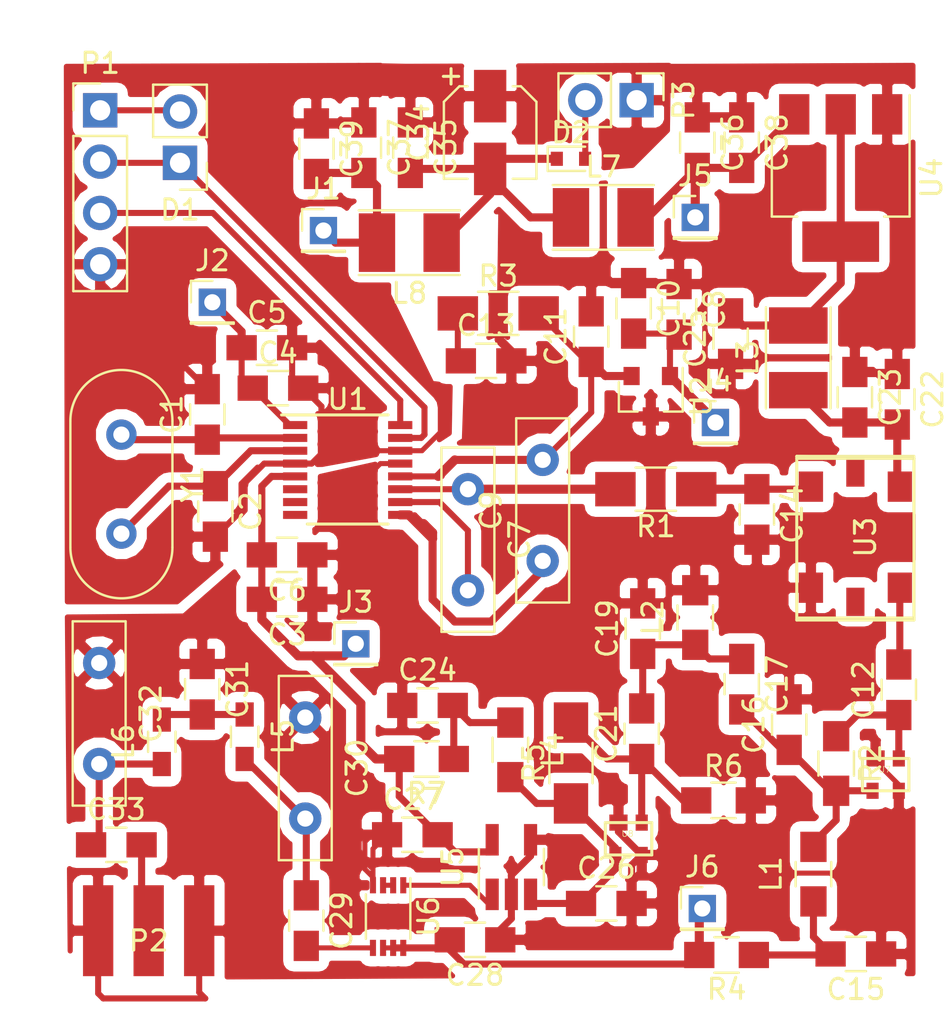
<source format=kicad_pcb>
(kicad_pcb (version 4) (host pcbnew 4.0.7-e2-6376~58~ubuntu16.04.1)
  (layers (0 F.Cu signal) (31 B.Cu signal) (34 B.Paste user) (35 F.Paste user) (36 B.SilkS user) (37 F.SilkS user) (38 B.Mask user) (39 F.Mask user) (44 Edge.Cuts user))
  (net 0 "")
  (net 1 "Net-(C1-Pad1)")
  (net 2 GND)
  (net 3 "Net-(C2-Pad1)")
  (net 4 VAA)
  (net 5 VDD)
  (net 6 "Net-(C7-Pad1)")
  (net 7 "Net-(C7-Pad2)")
  (net 8 "Net-(C9-Pad1)")
  (net 9 "Net-(C11-Pad1)")
  (net 10 "Net-(C12-Pad1)")
  (net 11 "Net-(C12-Pad2)")
  (net 12 "Net-(C13-Pad1)")
  (net 13 "Net-(C14-Pad1)")
  (net 14 "Net-(C15-Pad2)")
  (net 15 "Net-(C16-Pad1)")
  (net 16 "Net-(C17-Pad1)")
  (net 17 "Net-(C21-Pad1)")
  (net 18 "Net-(C22-Pad2)")
  (net 19 "Net-(C24-Pad2)")
  (net 20 "Net-(C25-Pad2)")
  (net 21 "Net-(C26-Pad1)")
  (net 22 "Net-(C29-Pad1)")
  (net 23 "Net-(C29-Pad2)")
  (net 24 "Net-(C31-Pad2)")
  (net 25 "Net-(C32-Pad2)")
  (net 26 "Net-(C33-Pad2)")
  (net 27 "Net-(D1-Pad1)")
  (net 28 "Net-(D1-Pad2)")
  (net 29 "Net-(P1-Pad3)")
  (net 30 "Net-(U1-Pad6)")
  (net 31 "Net-(U1-Pad7)")
  (net 32 "Net-(U1-Pad8)")
  (net 33 "Net-(U3-Pad3)")
  (net 34 "Net-(U3-Pad6)")
  (net 35 "Net-(U5-Pad1)")
  (net 36 "Net-(U6-Pad2)")
  (net 37 "Net-(C34-Pad2)")
  (net 38 "Net-(D2-Pad2)")
  (module Capacitors_SMD:C_0805_HandSoldering (layer F.Cu) (at 141.6 101.9 90)
    (fp_text reference C1 (at 0 -1.75 90) (layer F.SilkS))
    (fp_text value 15p)
    (pad 1 smd rect (at -1.25 0 90) (size 1.5 1.25) (layers F.Cu F.Paste F.Mask) (net 1 "Net-(C1-Pad1)"))
    (pad 2 smd rect (at 1.25 0 90) (size 1.5 1.25) (layers F.Cu F.Paste F.Mask) (net 2 GND))
  )
  (module Capacitors_SMD:C_0805_HandSoldering (layer F.Cu) (at 142 106.7 270)
    (fp_text reference C2 (at 0 -1.75 270) (layer F.SilkS))
    (fp_text value 15p)
    (pad 1 smd rect (at -1.25 0 270) (size 1.5 1.25) (layers F.Cu F.Paste F.Mask) (net 3 "Net-(C2-Pad1)"))
    (pad 2 smd rect (at 1.25 0 270) (size 1.5 1.25) (layers F.Cu F.Paste F.Mask) (net 2 GND))
  )
  (module Capacitors_SMD:C_0805_HandSoldering (layer F.Cu) (at 145.55 111.05 180)
    (fp_text reference C3 (at 0 -1.75 180) (layer F.SilkS))
    (fp_text value 4.7u)
    (pad 1 smd rect (at -1.25 0 180) (size 1.5 1.25) (layers F.Cu F.Paste F.Mask) (net 2 GND))
    (pad 2 smd rect (at 1.25 0 180) (size 1.5 1.25) (layers F.Cu F.Paste F.Mask) (net 4 VAA))
  )
  (module Capacitors_SMD:C_0805_HandSoldering (layer F.Cu) (at 145.1 100.6)
    (fp_text reference C4 (at 0 -1.75) (layer F.SilkS))
    (fp_text value 100n)
    (pad 1 smd rect (at -1.25 0) (size 1.5 1.25) (layers F.Cu F.Paste F.Mask) (net 5 VDD))
    (pad 2 smd rect (at 1.25 0) (size 1.5 1.25) (layers F.Cu F.Paste F.Mask) (net 2 GND))
  )
  (module Capacitors_SMD:C_0805_HandSoldering (layer F.Cu) (at 144.55 98.6)
    (fp_text reference C5 (at 0 -1.75) (layer F.SilkS))
    (fp_text value 4.7u)
    (pad 1 smd rect (at -1.25 0) (size 1.5 1.25) (layers F.Cu F.Paste F.Mask) (net 5 VDD))
    (pad 2 smd rect (at 1.25 0) (size 1.5 1.25) (layers F.Cu F.Paste F.Mask) (net 2 GND))
  )
  (module Capacitors_SMD:C_0805_HandSoldering (layer F.Cu) (at 145.55 108.85 180)
    (fp_text reference C6 (at 0 -1.75 180) (layer F.SilkS))
    (fp_text value 100n)
    (pad 1 smd rect (at -1.25 0 180) (size 1.5 1.25) (layers F.Cu F.Paste F.Mask) (net 2 GND))
    (pad 2 smd rect (at 1.25 0 180) (size 1.5 1.25) (layers F.Cu F.Paste F.Mask) (net 4 VAA))
  )
  (module Capacitors_THT:C_Disc_D9.0mm_W2.5mm_P5.00mm (layer F.Cu) (at 154.5 105.6 270)
    (fp_text reference C7 (at 2.5 -2.56 270) (layer F.SilkS))
    (fp_text value 3.3n)
    (pad 1 thru_hole circle (at 0 0 270) (size 1.6 1.6) (drill 0.8) (layers *.Cu *.Mask) (net 6 "Net-(C7-Pad1)"))
    (pad 2 thru_hole circle (at 5 0 270) (size 1.6 1.6) (drill 0.8) (layers *.Cu *.Mask) (net 7 "Net-(C7-Pad2)"))
  )
  (module Capacitors_SMD:C_0805_HandSoldering (layer F.Cu) (at 164.95 96.7 270)
    (fp_text reference C8 (at 0 -1.75 270) (layer F.SilkS))
    (fp_text value 100n)
    (pad 1 smd rect (at -1.25 0 270) (size 1.5 1.25) (layers F.Cu F.Paste F.Mask) (net 2 GND))
    (pad 2 smd rect (at 1.25 0 270) (size 1.5 1.25) (layers F.Cu F.Paste F.Mask) (net 4 VAA))
  )
  (module Capacitors_THT:C_Disc_D9.0mm_W2.5mm_P5.00mm (layer F.Cu) (at 158.2 109.15 90)
    (fp_text reference C9 (at 2.5 -2.56 90) (layer F.SilkS))
    (fp_text value 10n)
    (pad 1 thru_hole circle (at 0 0 90) (size 1.6 1.6) (drill 0.8) (layers *.Cu *.Mask) (net 8 "Net-(C9-Pad1)"))
    (pad 2 thru_hole circle (at 5 0 90) (size 1.6 1.6) (drill 0.8) (layers *.Cu *.Mask) (net 9 "Net-(C11-Pad1)"))
  )
  (module Capacitors_SMD:C_0805_HandSoldering (layer F.Cu) (at 162.7 96.65 270)
    (fp_text reference C10 (at 0 -1.75 270) (layer F.SilkS))
    (fp_text value 10u)
    (pad 1 smd rect (at -1.25 0 270) (size 1.5 1.25) (layers F.Cu F.Paste F.Mask) (net 2 GND))
    (pad 2 smd rect (at 1.25 0 270) (size 1.5 1.25) (layers F.Cu F.Paste F.Mask) (net 4 VAA))
  )
  (module Capacitors_SMD:C_0805_HandSoldering (layer F.Cu) (at 160.6 98.05 90)
    (fp_text reference C11 (at 0 -1.75 90) (layer F.SilkS))
    (fp_text value 100n)
    (pad 1 smd rect (at -1.25 0 90) (size 1.5 1.25) (layers F.Cu F.Paste F.Mask) (net 9 "Net-(C11-Pad1)"))
    (pad 2 smd rect (at 1.25 0 90) (size 1.5 1.25) (layers F.Cu F.Paste F.Mask) (net 2 GND))
  )
  (module Capacitors_SMD:C_0805_HandSoldering (layer F.Cu) (at 175.825 115.525 90)
    (fp_text reference C12 (at 0 -1.75 90) (layer F.SilkS))
    (fp_text value 1n)
    (pad 1 smd rect (at -1.25 0 90) (size 1.5 1.25) (layers F.Cu F.Paste F.Mask) (net 10 "Net-(C12-Pad1)"))
    (pad 2 smd rect (at 1.25 0 90) (size 1.5 1.25) (layers F.Cu F.Paste F.Mask) (net 11 "Net-(C12-Pad2)"))
  )
  (module Capacitors_SMD:C_0805_HandSoldering (layer F.Cu) (at 155.4 99.25)
    (fp_text reference C13 (at 0 -1.75) (layer F.SilkS))
    (fp_text value 10u)
    (pad 1 smd rect (at -1.25 0) (size 1.5 1.25) (layers F.Cu F.Paste F.Mask) (net 12 "Net-(C13-Pad1)"))
    (pad 2 smd rect (at 1.25 0) (size 1.5 1.25) (layers F.Cu F.Paste F.Mask) (net 2 GND))
  )
  (module Capacitors_SMD:C_0805_HandSoldering (layer F.Cu) (at 168.8 106.85 270)
    (fp_text reference C14 (at 0 -1.75 270) (layer F.SilkS))
    (fp_text value C_Small)
    (pad 1 smd rect (at -1.25 0 270) (size 1.5 1.25) (layers F.Cu F.Paste F.Mask) (net 13 "Net-(C14-Pad1)"))
    (pad 2 smd rect (at 1.25 0 270) (size 1.5 1.25) (layers F.Cu F.Paste F.Mask) (net 2 GND))
  )
  (module Capacitors_SMD:C_0805_HandSoldering (layer F.Cu) (at 173.7 128.6 180)
    (fp_text reference C15 (at 0 -1.75 180) (layer F.SilkS))
    (fp_text value 100n)
    (pad 1 smd rect (at -1.25 0 180) (size 1.5 1.25) (layers F.Cu F.Paste F.Mask) (net 2 GND))
    (pad 2 smd rect (at 1.25 0 180) (size 1.5 1.25) (layers F.Cu F.Paste F.Mask) (net 14 "Net-(C15-Pad2)"))
  )
  (module Capacitors_SMD:C_0805_HandSoldering (layer F.Cu) (at 170.4 117.25 90)
    (fp_text reference C16 (at 0 -1.75 90) (layer F.SilkS))
    (fp_text value 47p)
    (pad 1 smd rect (at -1.25 0 90) (size 1.5 1.25) (layers F.Cu F.Paste F.Mask) (net 15 "Net-(C16-Pad1)"))
    (pad 2 smd rect (at 1.25 0 90) (size 1.5 1.25) (layers F.Cu F.Paste F.Mask) (net 2 GND))
  )
  (module Capacitors_SMD:C_0805_HandSoldering (layer F.Cu) (at 168.05 115.25 270)
    (fp_text reference C17 (at 0 -1.75 270) (layer F.SilkS))
    (fp_text value 2p2)
    (pad 1 smd rect (at -1.25 0 270) (size 1.5 1.25) (layers F.Cu F.Paste F.Mask) (net 16 "Net-(C17-Pad1)"))
    (pad 2 smd rect (at 1.25 0 270) (size 1.5 1.25) (layers F.Cu F.Paste F.Mask) (net 15 "Net-(C16-Pad1)"))
  )
  (module Capacitors_SMD:C_0805_HandSoldering (layer F.Cu) (at 163.15 112.5 90)
    (fp_text reference C19 (at 0 -1.75 90) (layer F.SilkS))
    (fp_text value 47p)
    (pad 1 smd rect (at -1.25 0 90) (size 1.5 1.25) (layers F.Cu F.Paste F.Mask) (net 16 "Net-(C17-Pad1)"))
    (pad 2 smd rect (at 1.25 0 90) (size 1.5 1.25) (layers F.Cu F.Paste F.Mask) (net 2 GND))
  )
  (module Capacitors_SMD:C_0805_HandSoldering (layer F.Cu) (at 163.1 117.7 90)
    (fp_text reference C21 (at 0 -1.75 90) (layer F.SilkS))
    (fp_text value 5p6)
    (pad 1 smd rect (at -1.25 0 90) (size 1.5 1.25) (layers F.Cu F.Paste F.Mask) (net 17 "Net-(C21-Pad1)"))
    (pad 2 smd rect (at 1.25 0 90) (size 1.5 1.25) (layers F.Cu F.Paste F.Mask) (net 16 "Net-(C17-Pad1)"))
  )
  (module Capacitors_SMD:C_0805_HandSoldering (layer F.Cu) (at 175.75 101.15 270)
    (fp_text reference C22 (at 0 -1.75 270) (layer F.SilkS))
    (fp_text value 100n)
    (pad 1 smd rect (at -1.25 0 270) (size 1.5 1.25) (layers F.Cu F.Paste F.Mask) (net 2 GND))
    (pad 2 smd rect (at 1.25 0 270) (size 1.5 1.25) (layers F.Cu F.Paste F.Mask) (net 18 "Net-(C22-Pad2)"))
  )
  (module Capacitors_SMD:C_0805_HandSoldering (layer F.Cu) (at 173.65 101.05 270)
    (fp_text reference C23 (at 0 -1.75 270) (layer F.SilkS))
    (fp_text value 10u)
    (pad 1 smd rect (at -1.25 0 270) (size 1.5 1.25) (layers F.Cu F.Paste F.Mask) (net 2 GND))
    (pad 2 smd rect (at 1.25 0 270) (size 1.5 1.25) (layers F.Cu F.Paste F.Mask) (net 18 "Net-(C22-Pad2)"))
  )
  (module Capacitors_SMD:C_0805_HandSoldering (layer F.Cu) (at 152.5 116.3)
    (fp_text reference C24 (at 0 -1.75) (layer F.SilkS))
    (fp_text value 100n)
    (pad 1 smd rect (at -1.25 0) (size 1.5 1.25) (layers F.Cu F.Paste F.Mask) (net 2 GND))
    (pad 2 smd rect (at 1.25 0) (size 1.5 1.25) (layers F.Cu F.Paste F.Mask) (net 19 "Net-(C24-Pad2)"))
  )
  (module Capacitors_SMD:C_0805_HandSoldering (layer F.Cu) (at 167.5 98.15 90)
    (fp_text reference C25 (at 0 -1.75 90) (layer F.SilkS))
    (fp_text value 10u)
    (pad 1 smd rect (at -1.25 0 90) (size 1.5 1.25) (layers F.Cu F.Paste F.Mask) (net 2 GND))
    (pad 2 smd rect (at 1.25 0 90) (size 1.5 1.25) (layers F.Cu F.Paste F.Mask) (net 20 "Net-(C25-Pad2)"))
  )
  (module Capacitors_SMD:C_0805_HandSoldering (layer F.Cu) (at 161.35 126.1)
    (fp_text reference C26 (at 0 -1.75) (layer F.SilkS))
    (fp_text value 47p)
    (pad 1 smd rect (at -1.25 0) (size 1.5 1.25) (layers F.Cu F.Paste F.Mask) (net 21 "Net-(C26-Pad1)"))
    (pad 2 smd rect (at 1.25 0) (size 1.5 1.25) (layers F.Cu F.Paste F.Mask) (net 2 GND))
  )
  (module Capacitors_SMD:C_0805_HandSoldering (layer F.Cu) (at 151.75 122.7)
    (fp_text reference C27 (at 0 -1.75) (layer F.SilkS))
    (fp_text value 100n)
    (pad 1 smd rect (at -1.25 0) (size 1.5 1.25) (layers F.Cu F.Paste F.Mask) (net 2 GND))
    (pad 2 smd rect (at 1.25 0) (size 1.5 1.25) (layers F.Cu F.Paste F.Mask) (net 4 VAA))
  )
  (module Capacitors_SMD:C_0805_HandSoldering (layer F.Cu) (at 154.85 127.9 180)
    (fp_text reference C28 (at 0 -1.75 180) (layer F.SilkS))
    (fp_text value 100n)
    (pad 1 smd rect (at -1.25 0 180) (size 1.5 1.25) (layers F.Cu F.Paste F.Mask) (net 2 GND))
    (pad 2 smd rect (at 1.25 0 180) (size 1.5 1.25) (layers F.Cu F.Paste F.Mask) (net 4 VAA))
  )
  (module Capacitors_SMD:C_0805_HandSoldering (layer F.Cu) (at 146.5 126.95 270)
    (fp_text reference C29 (at 0 -1.75 270) (layer F.SilkS))
    (fp_text value 1n)
    (pad 1 smd rect (at -1.25 0 270) (size 1.5 1.25) (layers F.Cu F.Paste F.Mask) (net 22 "Net-(C29-Pad1)"))
    (pad 2 smd rect (at 1.25 0 270) (size 1.5 1.25) (layers F.Cu F.Paste F.Mask) (net 23 "Net-(C29-Pad2)"))
  )
  (module Capacitors_THT:C_Disc_D9.0mm_W2.5mm_P5.00mm (layer F.Cu) (at 146.45 116.9 270)
    (fp_text reference C30 (at 2.5 -2.56 270) (layer F.SilkS))
    (fp_text value 80p)
    (pad 1 thru_hole circle (at 0 0 270) (size 1.6 1.6) (drill 0.8) (layers *.Cu *.Mask) (net 2 GND))
    (pad 2 thru_hole circle (at 5 0 270) (size 1.6 1.6) (drill 0.8) (layers *.Cu *.Mask) (net 22 "Net-(C29-Pad1)"))
  )
  (module Capacitors_SMD:C_0805_HandSoldering (layer F.Cu) (at 141.35 115.5 270)
    (fp_text reference C31 (at 0 -1.75 270) (layer F.SilkS))
    (fp_text value 170p)
    (pad 1 smd rect (at -1.25 0 270) (size 1.5 1.25) (layers F.Cu F.Paste F.Mask) (net 2 GND))
    (pad 2 smd rect (at 1.25 0 270) (size 1.5 1.25) (layers F.Cu F.Paste F.Mask) (net 24 "Net-(C31-Pad2)"))
  )
  (module Capacitors_THT:C_Disc_D9.0mm_W2.5mm_P5.00mm (layer F.Cu) (at 136.25 114.2 270)
    (fp_text reference C32 (at 2.5 -2.56 270) (layer F.SilkS))
    (fp_text value 80p)
    (pad 1 thru_hole circle (at 0 0 270) (size 1.6 1.6) (drill 0.8) (layers *.Cu *.Mask) (net 2 GND))
    (pad 2 thru_hole circle (at 5 0 270) (size 1.6 1.6) (drill 0.8) (layers *.Cu *.Mask) (net 25 "Net-(C32-Pad2)"))
  )
  (module Capacitors_SMD:C_0805_HandSoldering (layer F.Cu) (at 137.1 123.2)
    (fp_text reference C33 (at 0 -1.75) (layer F.SilkS))
    (fp_text value 1n)
    (pad 1 smd rect (at -1.25 0) (size 1.5 1.25) (layers F.Cu F.Paste F.Mask) (net 25 "Net-(C32-Pad2)"))
    (pad 2 smd rect (at 1.25 0) (size 1.5 1.25) (layers F.Cu F.Paste F.Mask) (net 26 "Net-(C33-Pad2)"))
  )
  (module Capacitors_SMD:CP_Elec_4x5.8 (layer F.Cu) (at 155.6 87.95 270)
    (fp_text reference C34 (at 0 3.54 270) (layer F.SilkS))
    (fp_text value 10u)
    (fp_text user + (at -2.78 2.01 270) (layer F.SilkS))
    (pad 1 smd rect (at -1.8 0 90) (size 2.6 1.6) (layers F.Cu F.Paste F.Mask) (net 2 GND))
    (pad 2 smd rect (at 1.8 0 90) (size 2.6 1.6) (layers F.Cu F.Paste F.Mask) (net 37 "Net-(C34-Pad2)"))
  )
  (module Capacitors_SMD:C_0805_HandSoldering (layer F.Cu) (at 151.65 88.7 270)
    (fp_text reference C35 (at 0 -1.75 270) (layer F.SilkS))
    (fp_text value 100n)
    (pad 1 smd rect (at -1.25 0 270) (size 1.5 1.25) (layers F.Cu F.Paste F.Mask) (net 2 GND))
    (pad 2 smd rect (at 1.25 0 270) (size 1.5 1.25) (layers F.Cu F.Paste F.Mask) (net 37 "Net-(C34-Pad2)"))
  )
  (module Capacitors_SMD:C_0805_HandSoldering (layer F.Cu) (at 165.85 88.45 270)
    (fp_text reference C36 (at 0 -1.75 270) (layer F.SilkS))
    (fp_text value 10u)
    (pad 1 smd rect (at -1.25 0 270) (size 1.5 1.25) (layers F.Cu F.Paste F.Mask) (net 2 GND))
    (pad 2 smd rect (at 1.25 0 270) (size 1.5 1.25) (layers F.Cu F.Paste F.Mask) (net 4 VAA))
  )
  (module Capacitors_SMD:C_0805_HandSoldering (layer F.Cu) (at 149.35 88.7 270)
    (fp_text reference C37 (at 0 -1.75 270) (layer F.SilkS))
    (fp_text value 10u)
    (pad 1 smd rect (at -1.25 0 270) (size 1.5 1.25) (layers F.Cu F.Paste F.Mask) (net 2 GND))
    (pad 2 smd rect (at 1.25 0 270) (size 1.5 1.25) (layers F.Cu F.Paste F.Mask) (net 5 VDD))
  )
  (module Capacitors_SMD:C_0805_HandSoldering (layer F.Cu) (at 168.05 88.45 270)
    (fp_text reference C38 (at 0 -1.75 270) (layer F.SilkS))
    (fp_text value 100n)
    (pad 1 smd rect (at -1.25 0 270) (size 1.5 1.25) (layers F.Cu F.Paste F.Mask) (net 2 GND))
    (pad 2 smd rect (at 1.25 0 270) (size 1.5 1.25) (layers F.Cu F.Paste F.Mask) (net 4 VAA))
  )
  (module Capacitors_SMD:C_0805_HandSoldering (layer F.Cu) (at 147 88.75 270)
    (fp_text reference C39 (at 0 -1.75 270) (layer F.SilkS))
    (fp_text value 100n)
    (pad 1 smd rect (at -1.25 0 270) (size 1.5 1.25) (layers F.Cu F.Paste F.Mask) (net 2 GND))
    (pad 2 smd rect (at 1.25 0 270) (size 1.5 1.25) (layers F.Cu F.Paste F.Mask) (net 5 VDD))
  )
  (module Diodes_SMD:D_SOD-523 (layer F.Cu) (at 159.6 89.25)
    (fp_text reference D2 (at 0 -1.3) (layer F.SilkS))
    (fp_text value D_Schottky)
    (pad 2 smd rect (at 0.7 0 180) (size 0.6 0.7) (layers F.Cu F.Paste F.Mask) (net 38 "Net-(D2-Pad2)"))
    (pad 1 smd rect (at -0.7 0 180) (size 0.6 0.7) (layers F.Cu F.Paste F.Mask) (net 37 "Net-(C34-Pad2)"))
  )
  (module Inductors_SMD:L_0805_HandSoldering (layer F.Cu) (at 165.75 111.95 90)
    (fp_text reference L2 (at 0 -2.1 90) (layer F.SilkS))
    (fp_text value 150n)
    (pad 1 smd rect (at -1.35 0 90) (size 1.5 1.3) (layers F.Cu F.Paste F.Mask) (net 16 "Net-(C17-Pad1)"))
    (pad 2 smd rect (at 1.35 0 90) (size 1.5 1.3) (layers F.Cu F.Paste F.Mask) (net 2 GND))
  )
  (module Inductors_SMD:L_Taiyo-Yuden_NR-30xx_HandSoldering (layer F.Cu) (at 170.85 99.1 90)
    (fp_text reference L3 (at 0 -2.5 90) (layer F.SilkS))
    (fp_text value 2.2u)
    (pad 1 smd rect (at -1.6 0 90) (size 1.8 2.9) (layers F.Cu F.Paste F.Mask) (net 18 "Net-(C22-Pad2)"))
    (pad 2 smd rect (at 1.6 0 90) (size 1.8 2.9) (layers F.Cu F.Paste F.Mask) (net 20 "Net-(C25-Pad2)"))
  )
  (module Inductors_SMD:L_0805_HandSoldering (layer F.Cu) (at 156.6 118.5 270)
    (fp_text reference L4 (at 0 -2.1 270) (layer F.SilkS))
    (fp_text value 150n)
    (pad 1 smd rect (at -1.35 0 270) (size 1.5 1.3) (layers F.Cu F.Paste F.Mask) (net 19 "Net-(C24-Pad2)"))
    (pad 2 smd rect (at 1.35 0 270) (size 1.5 1.3) (layers F.Cu F.Paste F.Mask) (net 21 "Net-(C26-Pad1)"))
  )
  (module Inductors_SMD:L_0603_HandSoldering (layer F.Cu) (at 143.45 117.85 270)
    (fp_text reference L5 (at 0 -1.9 270) (layer F.SilkS))
    (fp_text value 350n)
    (pad 1 smd rect (at -1.1 0 270) (size 1.2 0.9) (layers F.Cu F.Paste F.Mask) (net 24 "Net-(C31-Pad2)"))
    (pad 2 smd rect (at 1.1 0 270) (size 1.2 0.9) (layers F.Cu F.Paste F.Mask) (net 22 "Net-(C29-Pad1)"))
  )
  (module Inductors_SMD:L_0603_HandSoldering (layer F.Cu) (at 139.35 118.1 90)
    (fp_text reference L6 (at 0 -1.9 90) (layer F.SilkS))
    (fp_text value 350n)
    (pad 1 smd rect (at -1.1 0 90) (size 1.2 0.9) (layers F.Cu F.Paste F.Mask) (net 25 "Net-(C32-Pad2)"))
    (pad 2 smd rect (at 1.1 0 90) (size 1.2 0.9) (layers F.Cu F.Paste F.Mask) (net 24 "Net-(C31-Pad2)"))
  )
  (module Inductors_SMD:L_Taiyo-Yuden_NR-30xx_HandSoldering (layer F.Cu) (at 161.2 92.15)
    (fp_text reference L7 (at 0 -2.5) (layer F.SilkS))
    (fp_text value 2.2u)
    (pad 1 smd rect (at -1.6 0) (size 1.8 2.9) (layers F.Cu F.Paste F.Mask) (net 37 "Net-(C34-Pad2)"))
    (pad 2 smd rect (at 1.6 0) (size 1.8 2.9) (layers F.Cu F.Paste F.Mask) (net 4 VAA))
  )
  (module Inductors_SMD:L_Taiyo-Yuden_NR-30xx_HandSoldering (layer F.Cu) (at 151.6 93.4 180)
    (fp_text reference L8 (at 0 -2.5 180) (layer F.SilkS))
    (fp_text value 2.2u)
    (pad 1 smd rect (at -1.6 0 180) (size 1.8 2.9) (layers F.Cu F.Paste F.Mask) (net 37 "Net-(C34-Pad2)"))
    (pad 2 smd rect (at 1.6 0 180) (size 1.8 2.9) (layers F.Cu F.Paste F.Mask) (net 5 VDD))
  )
  (module Pin_Headers:Pin_Header_Straight_1x04_Pitch2.54mm (layer F.Cu) (at 136.3 86.85)
    (fp_text reference P1 (at 0 -2.33) (layer F.SilkS))
    (fp_text value CONN_01X04)
    (pad 1 thru_hole rect (at 0 0) (size 1.7 1.7) (drill 1) (layers *.Cu *.Mask) (net 28 "Net-(D1-Pad2)"))
    (pad 2 thru_hole oval (at 0 2.54) (size 1.7 1.7) (drill 1) (layers *.Cu *.Mask) (net 27 "Net-(D1-Pad1)"))
    (pad 3 thru_hole oval (at 0 5.08) (size 1.7 1.7) (drill 1) (layers *.Cu *.Mask) (net 29 "Net-(P1-Pad3)"))
    (pad 4 thru_hole oval (at 0 7.62) (size 1.7 1.7) (drill 1) (layers *.Cu *.Mask) (net 2 GND))
  )
  (module SMA:SMA_sidemount (layer F.Cu) (at 138.7 127.45)
    (fp_text reference P2 (at 0 0.5) (layer F.SilkS))
    (fp_text value BNC)
    (pad 2 smd rect (at 2.5 0) (size 1.5 4.5) (layers F.Cu F.Paste F.Mask) (net 2 GND))
    (pad 2 smd rect (at -2.5 0) (size 1.5 4.5) (layers F.Cu F.Paste F.Mask) (net 2 GND))
    (pad 1 smd rect (at 0 0) (size 1.5 4.5) (layers F.Cu F.Paste F.Mask) (net 26 "Net-(C33-Pad2)"))
  )
  (module Pin_Headers:Pin_Header_Straight_1x02_Pitch2.54mm (layer F.Cu) (at 162.85 86.35 270)
    (fp_text reference P3 (at 0 -2.33 270) (layer F.SilkS))
    (fp_text value CONN_01X02)
    (pad 1 thru_hole rect (at 0 0 270) (size 1.7 1.7) (drill 1) (layers *.Cu *.Mask) (net 2 GND))
    (pad 2 thru_hole oval (at 0 2.54 270) (size 1.7 1.7) (drill 1) (layers *.Cu *.Mask) (net 38 "Net-(D2-Pad2)"))
  )
  (module Resistors_SMD:R_1206_HandSoldering (layer F.Cu) (at 163.8 105.6 180)
    (fp_text reference R1 (at 0 -1.85 180) (layer F.SilkS))
    (fp_text value R_Small)
    (pad 1 smd rect (at -2 0 180) (size 2 1.7) (layers F.Cu F.Paste F.Mask) (net 13 "Net-(C14-Pad1)"))
    (pad 2 smd rect (at 2 0 180) (size 2 1.7) (layers F.Cu F.Paste F.Mask) (net 6 "Net-(C7-Pad1)"))
  )
  (module Resistors_SMD:R_0805_HandSoldering (layer F.Cu) (at 172.725 119.175 270)
    (fp_text reference R2 (at 0 -1.7 270) (layer F.SilkS))
    (fp_text value 4.7k)
    (pad 1 smd rect (at -1.35 0 270) (size 1.5 1.3) (layers F.Cu F.Paste F.Mask) (net 10 "Net-(C12-Pad1)"))
    (pad 2 smd rect (at 1.35 0 270) (size 1.5 1.3) (layers F.Cu F.Paste F.Mask) (net 15 "Net-(C16-Pad1)"))
  )
  (module Resistors_SMD:R_1206_HandSoldering (layer F.Cu) (at 156 96.9)
    (fp_text reference R3 (at 0 -1.85) (layer F.SilkS))
    (fp_text value 2k)
    (pad 1 smd rect (at -2 0) (size 2 1.7) (layers F.Cu F.Paste F.Mask) (net 12 "Net-(C13-Pad1)"))
    (pad 2 smd rect (at 2 0) (size 2 1.7) (layers F.Cu F.Paste F.Mask) (net 9 "Net-(C11-Pad1)"))
  )
  (module Resistors_SMD:R_0805_HandSoldering (layer F.Cu) (at 167.3 128.65 180)
    (fp_text reference R4 (at 0 -1.7 180) (layer F.SilkS))
    (fp_text value 22)
    (pad 1 smd rect (at -1.35 0 180) (size 1.5 1.3) (layers F.Cu F.Paste F.Mask) (net 14 "Net-(C15-Pad2)"))
    (pad 2 smd rect (at 1.35 0 180) (size 1.5 1.3) (layers F.Cu F.Paste F.Mask) (net 4 VAA))
  )
  (module Resistors_SMD:R_1206_HandSoldering (layer F.Cu) (at 159.6 119.15 90)
    (fp_text reference R5 (at 0 -1.85 90) (layer F.SilkS))
    (fp_text value 5k6)
    (pad 1 smd rect (at -2 0 90) (size 2 1.7) (layers F.Cu F.Paste F.Mask) (net 21 "Net-(C26-Pad1)"))
    (pad 2 smd rect (at 2 0 90) (size 2 1.7) (layers F.Cu F.Paste F.Mask) (net 17 "Net-(C21-Pad1)"))
  )
  (module Resistors_SMD:R_0805_HandSoldering (layer F.Cu) (at 167.15 121)
    (fp_text reference R6 (at 0 -1.7) (layer F.SilkS))
    (fp_text value 1k)
    (pad 1 smd rect (at -1.35 0) (size 1.5 1.3) (layers F.Cu F.Paste F.Mask) (net 17 "Net-(C21-Pad1)"))
    (pad 2 smd rect (at 1.35 0) (size 1.5 1.3) (layers F.Cu F.Paste F.Mask) (net 2 GND))
  )
  (module Resistors_SMD:R_0805_HandSoldering (layer F.Cu) (at 152.45 118.95 180)
    (fp_text reference R7 (at 0 -1.7 180) (layer F.SilkS))
    (fp_text value 22)
    (pad 1 smd rect (at -1.35 0 180) (size 1.5 1.3) (layers F.Cu F.Paste F.Mask) (net 19 "Net-(C24-Pad2)"))
    (pad 2 smd rect (at 1.35 0 180) (size 1.5 1.3) (layers F.Cu F.Paste F.Mask) (net 4 VAA))
  )
  (module Housings_SSOP:SSOP-16_3.9x4.9mm_Pitch0.635mm (layer F.Cu) (at 148.55 104.65)
    (fp_text reference U1 (at 0 -3.5) (layer F.SilkS))
    (fp_text value DAC1220E)
    (pad 1 smd rect (at -2.6 -2.2225) (size 1.2 0.4) (layers F.Cu F.Paste F.Mask) (net 5 VDD))
    (pad 2 smd rect (at -2.6 -1.5875) (size 1.2 0.4) (layers F.Cu F.Paste F.Mask) (net 1 "Net-(C1-Pad1)"))
    (pad 3 smd rect (at -2.6 -0.9525) (size 1.2 0.4) (layers F.Cu F.Paste F.Mask) (net 3 "Net-(C2-Pad1)"))
    (pad 4 smd rect (at -2.6 -0.3175) (size 1.2 0.4) (layers F.Cu F.Paste F.Mask) (net 2 GND))
    (pad 5 smd rect (at -2.6 0.3175) (size 1.2 0.4) (layers F.Cu F.Paste F.Mask) (net 4 VAA))
    (pad 6 smd rect (at -2.6 0.9525) (size 1.2 0.4) (layers F.Cu F.Paste F.Mask) (net 30 "Net-(U1-Pad6)"))
    (pad 7 smd rect (at -2.6 1.5875) (size 1.2 0.4) (layers F.Cu F.Paste F.Mask) (net 31 "Net-(U1-Pad7)"))
    (pad 8 smd rect (at -2.6 2.2225) (size 1.2 0.4) (layers F.Cu F.Paste F.Mask) (net 32 "Net-(U1-Pad8)"))
    (pad 9 smd rect (at 2.6 2.2225) (size 1.2 0.4) (layers F.Cu F.Paste F.Mask) (net 8 "Net-(C9-Pad1)"))
    (pad 10 smd rect (at 2.6 1.5875) (size 1.2 0.4) (layers F.Cu F.Paste F.Mask) (net 7 "Net-(C7-Pad2)"))
    (pad 11 smd rect (at 2.6 0.9525) (size 1.2 0.4) (layers F.Cu F.Paste F.Mask) (net 6 "Net-(C7-Pad1)"))
    (pad 12 smd rect (at 2.6 0.3175) (size 1.2 0.4) (layers F.Cu F.Paste F.Mask) (net 9 "Net-(C11-Pad1)"))
    (pad 13 smd rect (at 2.6 -0.3175) (size 1.2 0.4) (layers F.Cu F.Paste F.Mask) (net 2 GND))
    (pad 14 smd rect (at 2.6 -0.9525) (size 1.2 0.4) (layers F.Cu F.Paste F.Mask) (net 2 GND))
    (pad 15 smd rect (at 2.6 -1.5875) (size 1.2 0.4) (layers F.Cu F.Paste F.Mask) (net 27 "Net-(D1-Pad1)"))
    (pad 16 smd rect (at 2.6 -2.2225) (size 1.2 0.4) (layers F.Cu F.Paste F.Mask) (net 29 "Net-(P1-Pad3)"))
  )
  (module TO_SOT_Packages_SMD:SOT-23 (layer F.Cu) (at 163.55 101 270)
    (fp_text reference U2 (at 0 -2.5 270) (layer F.SilkS))
    (fp_text value ISL60002)
    (pad 1 smd rect (at -1 -0.95 270) (size 0.9 0.8) (layers F.Cu F.Paste F.Mask) (net 4 VAA))
    (pad 2 smd rect (at -1 0.95 270) (size 0.9 0.8) (layers F.Cu F.Paste F.Mask) (net 9 "Net-(C11-Pad1)"))
    (pad 3 smd rect (at 1 0 270) (size 0.9 0.8) (layers F.Cu F.Paste F.Mask) (net 2 GND))
  )
  (module LFTVXO076344:LFTVXO076344 (layer F.Cu) (at 173.675 107.975 90)
    (fp_text reference U3 (at 0 0.5 90) (layer F.SilkS))
    (fp_text value TCVCXO_LFTVXO076344)
    (pad 1 smd rect (at 2.5 -2.2 90) (size 1.5 1.2) (layers F.Cu F.Paste F.Mask) (net 13 "Net-(C14-Pad1)"))
    (pad 2 smd rect (at -2.5 -2.2 90) (size 1.5 1.2) (layers F.Cu F.Paste F.Mask) (net 2 GND))
    (pad 4 smd rect (at -2.5 2.2 90) (size 1.5 1.2) (layers F.Cu F.Paste F.Mask) (net 11 "Net-(C12-Pad2)"))
    (pad 5 smd rect (at 2.5 2.2 90) (size 1.5 1.2) (layers F.Cu F.Paste F.Mask) (net 18 "Net-(C22-Pad2)"))
    (pad 3 smd rect (at -3.2 0 90) (size 1.4 0.9) (layers F.Cu F.Paste F.Mask) (net 33 "Net-(U3-Pad3)"))
    (pad 6 smd rect (at 3.2 0 90) (size 1.4 0.9) (layers F.Cu F.Paste F.Mask) (net 34 "Net-(U3-Pad6)"))
  )
  (module TO_SOT_Packages_SMD:SOT-223-3_TabPin2 (layer F.Cu) (at 172.95 90.2 270)
    (fp_text reference U4 (at 0 -4.5 270) (layer F.SilkS))
    (fp_text value AP1117D33)
    (pad 2 smd rect (at 3.15 0 270) (size 2 3.8) (layers F.Cu F.Paste F.Mask) (net 20 "Net-(C25-Pad2)"))
    (pad 2 smd rect (at -3.15 0 270) (size 2 1.5) (layers F.Cu F.Paste F.Mask) (net 20 "Net-(C25-Pad2)"))
    (pad 3 smd rect (at -3.15 2.3 270) (size 2 1.5) (layers F.Cu F.Paste F.Mask) (net 4 VAA))
    (pad 1 smd rect (at -3.15 -2.3 270) (size 2 1.5) (layers F.Cu F.Paste F.Mask) (net 2 GND))
  )
  (module TO_SOT_Packages_SMD:SOT-23-5_HandSoldering (layer F.Cu) (at 156.65 124.3 90)
    (fp_text reference U5 (at 0 -2.9 90) (layer F.SilkS))
    (fp_text value LTC6752HS5)
    (pad 1 smd rect (at -1.35 -0.95 90) (size 1.56 0.65) (layers F.Cu F.Paste F.Mask) (net 35 "Net-(U5-Pad1)"))
    (pad 2 smd rect (at -1.35 0 90) (size 1.56 0.65) (layers F.Cu F.Paste F.Mask) (net 2 GND))
    (pad 3 smd rect (at -1.35 0.95 90) (size 1.56 0.65) (layers F.Cu F.Paste F.Mask) (net 21 "Net-(C26-Pad1)"))
    (pad 4 smd rect (at 1.35 0.95 90) (size 1.56 0.65) (layers F.Cu F.Paste F.Mask) (net 2 GND))
    (pad 5 smd rect (at 1.35 -0.95 90) (size 1.56 0.65) (layers F.Cu F.Paste F.Mask) (net 4 VAA))
  )
  (module Housings_SSOP:VSSOP-8_2.3x2mm_Pitch0.5mm (layer F.Cu) (at 150.55 126.75 270)
    (fp_text reference U6 (at 0 -2 270) (layer F.SilkS))
    (fp_text value SN74LVC2G74)
    (pad 1 smd rect (at -1.55 -0.75 180) (size 0.3 0.8) (layers F.Cu F.Paste F.Mask) (net 35 "Net-(U5-Pad1)"))
    (pad 2 smd rect (at -1.55 -0.25 180) (size 0.3 0.8) (layers F.Cu F.Paste F.Mask) (net 36 "Net-(U6-Pad2)"))
    (pad 3 smd rect (at -1.55 0.25 180) (size 0.3 0.8) (layers F.Cu F.Paste F.Mask) (net 36 "Net-(U6-Pad2)"))
    (pad 4 smd rect (at -1.55 0.75 180) (size 0.3 0.8) (layers F.Cu F.Paste F.Mask) (net 2 GND))
    (pad 5 smd rect (at 1.55 0.75 180) (size 0.3 0.8) (layers F.Cu F.Paste F.Mask) (net 23 "Net-(C29-Pad2)"))
    (pad 6 smd rect (at 1.55 0.25 180) (size 0.3 0.8) (layers F.Cu F.Paste F.Mask) (net 4 VAA))
    (pad 7 smd rect (at 1.55 -0.25 180) (size 0.3 0.8) (layers F.Cu F.Paste F.Mask) (net 4 VAA))
    (pad 8 smd rect (at 1.55 -0.75 180) (size 0.3 0.8) (layers F.Cu F.Paste F.Mask) (net 4 VAA))
  )
  (module SOT343:SOT343 (layer F.Cu) (at 175.175 119.725 180)
    (fp_text reference U7 (at 0.05 0.25 180) (layer F.SilkS) (effects (font (size 0.3 0.3) (thickness 0.03))))
    (fp_text value BF776)
    (pad 1 smd rect (at -0.65 0.8 180) (size 0.6 0.8) (layers F.Cu F.Paste F.Mask) (net 10 "Net-(C12-Pad1)"))
    (pad 3 smd rect (at 0.65 -0.8 180) (size 0.6 0.8) (layers F.Cu F.Paste F.Mask) (net 15 "Net-(C16-Pad1)"))
    (pad 4 smd rect (at -0.65 -0.8 180) (size 0.6 0.8) (layers F.Cu F.Paste F.Mask) (net 2 GND))
    (pad 2 smd rect (at 0.5 0.8 180) (size 0.9 0.8) (layers F.Cu F.Paste F.Mask) (net 2 GND))
  )
  (module SOT343:SOT343 (layer F.Cu) (at 162.45 122.9 180)
    (fp_text reference U8 (at 0.05 0.25 180) (layer F.SilkS) (effects (font (size 0.3 0.3) (thickness 0.03))))
    (fp_text value BF776)
    (pad 1 smd rect (at -0.65 0.8 180) (size 0.6 0.8) (layers F.Cu F.Paste F.Mask) (net 17 "Net-(C21-Pad1)"))
    (pad 3 smd rect (at 0.65 -0.8 180) (size 0.6 0.8) (layers F.Cu F.Paste F.Mask) (net 21 "Net-(C26-Pad1)"))
    (pad 4 smd rect (at -0.65 -0.8 180) (size 0.6 0.8) (layers F.Cu F.Paste F.Mask) (net 2 GND))
    (pad 2 smd rect (at 0.5 0.8 180) (size 0.9 0.8) (layers F.Cu F.Paste F.Mask) (net 2 GND))
  )
  (module Crystals:Crystal_HC18-U_Vertical (layer F.Cu) (at 137.35 102.9 270)
    (fp_text reference Y1 (at 2.45 -3.525 270) (layer F.SilkS))
    (fp_text value 2MHz)
    (pad 1 thru_hole circle (at 0 0 270) (size 1.5 1.5) (drill 0.8) (layers *.Cu *.Mask) (net 1 "Net-(C1-Pad1)"))
    (pad 2 thru_hole circle (at 4.9 0 270) (size 1.5 1.5) (drill 0.8) (layers *.Cu *.Mask) (net 3 "Net-(C2-Pad1)"))
  )
  (module Pin_Headers:Pin_Header_Straight_1x02_Pitch2.54mm (layer F.Cu) (at 140.25 89.45 180)
    (fp_text reference D1 (at 0 -2.33 180) (layer F.SilkS))
    (fp_text value D)
    (pad 1 thru_hole rect (at 0 0 180) (size 1.7 1.7) (drill 1) (layers *.Cu *.Mask) (net 27 "Net-(D1-Pad1)"))
    (pad 2 thru_hole oval (at 0 2.54 180) (size 1.7 1.7) (drill 1) (layers *.Cu *.Mask) (net 28 "Net-(D1-Pad2)"))
  )
  (module Pin_Headers:Pin_Header_Straight_1x01_Pitch2.00mm (layer F.Cu) (at 147.35 92.8)
    (fp_text reference J1 (at 0 -2.06) (layer F.SilkS))
    (fp_text value Conn_01x01)
    (pad 1 thru_hole rect (at 0 0) (size 1.35 1.35) (drill 0.8) (layers *.Cu *.Mask) (net 5 VDD))
  )
  (module Pin_Headers:Pin_Header_Straight_1x01_Pitch2.00mm (layer F.Cu) (at 141.85 96.35)
    (fp_text reference J2 (at 0 -2.06) (layer F.SilkS))
    (fp_text value Conn_01x01)
    (pad 1 thru_hole rect (at 0 0) (size 1.35 1.35) (drill 0.8) (layers *.Cu *.Mask) (net 5 VDD))
  )
  (module Pin_Headers:Pin_Header_Straight_1x01_Pitch2.00mm (layer F.Cu) (at 148.95 113.25)
    (fp_text reference J3 (at 0 -2.06) (layer F.SilkS))
    (fp_text value Conn_01x01)
    (pad 1 thru_hole rect (at 0 0) (size 1.35 1.35) (drill 0.8) (layers *.Cu *.Mask) (net 4 VAA))
  )
  (module Pin_Headers:Pin_Header_Straight_1x01_Pitch2.00mm (layer F.Cu) (at 166.75 102.3)
    (fp_text reference J4 (at 0 -2.06) (layer F.SilkS))
    (fp_text value Conn_01x01)
    (pad 1 thru_hole rect (at 0 0) (size 1.35 1.35) (drill 0.8) (layers *.Cu *.Mask) (net 4 VAA))
  )
  (module Pin_Headers:Pin_Header_Straight_1x01_Pitch2.00mm (layer F.Cu) (at 165.75 92.15)
    (fp_text reference J5 (at 0 -2.06) (layer F.SilkS))
    (fp_text value Conn_01x01)
    (pad 1 thru_hole rect (at 0 0) (size 1.35 1.35) (drill 0.8) (layers *.Cu *.Mask) (net 4 VAA))
  )
  (module Pin_Headers:Pin_Header_Straight_1x01_Pitch2.00mm (layer F.Cu) (at 166.1 126.35)
    (fp_text reference J6 (at 0 -2.06) (layer F.SilkS))
    (fp_text value Conn_01x01)
    (pad 1 thru_hole rect (at 0 0) (size 1.35 1.35) (drill 0.8) (layers *.Cu *.Mask) (net 4 VAA))
  )
  (module Inductors_SMD:L_0805_HandSoldering (layer F.Cu) (at 171.6 124.65 90)
    (fp_text reference L1 (at 0 -2.1 90) (layer F.SilkS))
    (fp_text value 150n)
    (pad 1 smd rect (at -1.35 0 90) (size 1.5 1.3) (layers F.Cu F.Paste F.Mask) (net 14 "Net-(C15-Pad2)"))
    (pad 2 smd rect (at 1.35 0 90) (size 1.5 1.3) (layers F.Cu F.Paste F.Mask) (net 15 "Net-(C16-Pad1)"))
  )
  (segment (start 141.6 103.15) (end 137.6 103.15) (width 0.35) (layer F.Cu) (net 1))
  (segment (start 137.6 103.15) (end 137.35 102.9) (width 0.35) (layer F.Cu) (net 1))
  (segment (start 145.95 103.0625) (end 141.6875 103.0625) (width 0.35) (layer F.Cu) (net 1))
  (segment (start 141.6875 103.0625) (end 141.6 103.15) (width 0.35) (layer F.Cu) (net 1))
  (segment (start 173.7 124.6) (end 169.85 124.6) (width 0.25) (layer F.Cu) (net 2))
  (segment (start 169.85 124.6) (end 169.7 124.75) (width 0.25) (layer F.Cu) (net 2))
  (segment (start 156.65 99.25) (end 156.65 98.8) (width 0.45) (layer F.Cu) (net 2))
  (segment (start 156.65 98.8) (end 156.05 98.2) (width 0.45) (layer F.Cu) (net 2))
  (segment (start 156.05 98.2) (end 156.05 97.1) (width 0.45) (layer F.Cu) (net 2))
  (segment (start 151.15 103.6975) (end 152.224254 103.6975) (width 0.25) (layer F.Cu) (net 2))
  (segment (start 153.25 102.671754) (end 153.25 102.3) (width 0.25) (layer F.Cu) (net 2))
  (segment (start 152.224254 103.6975) (end 153.25 102.671754) (width 0.25) (layer F.Cu) (net 2))
  (segment (start 151.15 103.6975) (end 149.3475 103.6975) (width 0.25) (layer F.Cu) (net 2))
  (segment (start 149.3475 103.6975) (end 149.2 103.55) (width 0.25) (layer F.Cu) (net 2))
  (segment (start 151.15 104.3325) (end 150.1675 104.3325) (width 0.25) (layer F.Cu) (net 2))
  (segment (start 150.1675 104.3325) (end 149.25 105.25) (width 0.25) (layer F.Cu) (net 2))
  (segment (start 174.675 118.925) (end 174.675 119.075) (width 0.25) (layer F.Cu) (net 2))
  (segment (start 174.675 119.075) (end 175.825 120.225) (width 0.25) (layer F.Cu) (net 2))
  (segment (start 175.825 120.225) (end 175.825 120.525) (width 0.25) (layer F.Cu) (net 2))
  (segment (start 156.65 125.65) (end 156.65 124.7) (width 0.35) (layer F.Cu) (net 2))
  (segment (start 157.6 123.75) (end 157.6 122.95) (width 0.35) (layer F.Cu) (net 2))
  (segment (start 156.65 124.7) (end 157.6 123.75) (width 0.35) (layer F.Cu) (net 2))
  (segment (start 156.1 127.9) (end 156.1 127.4) (width 0.35) (layer F.Cu) (net 2))
  (segment (start 156.1 127.4) (end 156.65 126.85) (width 0.35) (layer F.Cu) (net 2))
  (segment (start 156.65 126.85) (end 156.65 125.65) (width 0.35) (layer F.Cu) (net 2))
  (segment (start 149.8 125.2) (end 149.8 124.8) (width 0.25) (layer F.Cu) (net 2))
  (segment (start 149.8 124.8) (end 149.4 124.4) (width 0.25) (layer F.Cu) (net 2))
  (segment (start 149.4 123.05) (end 149.75 122.7) (width 0.25) (layer F.Cu) (net 2))
  (segment (start 149.4 124.4) (end 149.4 123.05) (width 0.25) (layer F.Cu) (net 2))
  (segment (start 149.75 122.7) (end 150.5 122.7) (width 0.25) (layer F.Cu) (net 2))
  (segment (start 149.8 125.2) (end 149.8 123.4) (width 0.25) (layer F.Cu) (net 2))
  (segment (start 149.8 123.4) (end 150.5 122.7) (width 0.25) (layer F.Cu) (net 2))
  (segment (start 136.2 127.45) (end 136.2 130.55) (width 0.3) (layer F.Cu) (net 2))
  (segment (start 141.2 130.5) (end 141.2 127.45) (width 0.3) (layer F.Cu) (net 2))
  (segment (start 141.5 130.8) (end 141.2 130.5) (width 0.3) (layer F.Cu) (net 2))
  (segment (start 136.45 130.8) (end 141.5 130.8) (width 0.3) (layer F.Cu) (net 2))
  (segment (start 136.2 130.55) (end 136.45 130.8) (width 0.3) (layer F.Cu) (net 2))
  (segment (start 136.3 94.47) (end 136.3 95.35) (width 0.3) (layer F.Cu) (net 2))
  (segment (start 136.3 95.35) (end 141.6 100.65) (width 0.3) (layer F.Cu) (net 2))
  (segment (start 145.8 98.6) (end 145.8 100.05) (width 0.3) (layer F.Cu) (net 2))
  (segment (start 145.8 100.05) (end 146.35 100.6) (width 0.3) (layer F.Cu) (net 2))
  (segment (start 145.95 104.3325) (end 146.7675 104.3325) (width 0.3) (layer F.Cu) (net 2))
  (segment (start 147.25 101.5) (end 146.35 100.6) (width 0.3) (layer F.Cu) (net 2))
  (segment (start 147.25 103.85) (end 147.25 101.5) (width 0.3) (layer F.Cu) (net 2))
  (segment (start 146.7675 104.3325) (end 147.25 103.85) (width 0.3) (layer F.Cu) (net 2))
  (segment (start 145.95 104.3325) (end 144.4175 104.3325) (width 0.3) (layer F.Cu) (net 2))
  (segment (start 143.35 106.6) (end 142 107.95) (width 0.3) (layer F.Cu) (net 2))
  (segment (start 143.35 105.4) (end 143.35 106.6) (width 0.3) (layer F.Cu) (net 2))
  (segment (start 144.4175 104.3325) (end 143.35 105.4) (width 0.3) (layer F.Cu) (net 2))
  (segment (start 146.8 111.05) (end 146.8 108.85) (width 0.3) (layer F.Cu) (net 2))
  (segment (start 162.6 126.1) (end 162.6 124.2) (width 0.35) (layer F.Cu) (net 2))
  (segment (start 162.6 124.2) (end 163.1 123.7) (width 0.35) (layer F.Cu) (net 2))
  (segment (start 161.95 122.1) (end 161.95 122.55) (width 0.35) (layer F.Cu) (net 2))
  (segment (start 161.95 122.55) (end 163.1 123.7) (width 0.35) (layer F.Cu) (net 2))
  (segment (start 142 105.45) (end 139.7 105.45) (width 0.35) (layer F.Cu) (net 3))
  (segment (start 139.7 105.45) (end 137.35 107.8) (width 0.35) (layer F.Cu) (net 3))
  (segment (start 145.95 103.6975) (end 143.7525 103.6975) (width 0.35) (layer F.Cu) (net 3))
  (segment (start 143.7525 103.6975) (end 142 105.45) (width 0.35) (layer F.Cu) (net 3))
  (segment (start 165.75 92.15) (end 165.75 89.8) (width 0.45) (layer F.Cu) (net 4))
  (segment (start 165.75 89.8) (end 165.85 89.7) (width 0.45) (layer F.Cu) (net 4))
  (segment (start 166.75 102.3) (end 166.75 102.25) (width 0.45) (layer F.Cu) (net 4))
  (segment (start 166.75 102.25) (end 164.5 100) (width 0.45) (layer F.Cu) (net 4))
  (segment (start 146.85 113.85) (end 149.2 116.2) (width 0.45) (layer F.Cu) (net 4))
  (segment (start 149.2 116.2) (end 149.2 118.2) (width 0.45) (layer F.Cu) (net 4))
  (segment (start 149.2 118.2) (end 149.95 118.95) (width 0.45) (layer F.Cu) (net 4))
  (segment (start 149.95 118.95) (end 151.1 118.95) (width 0.45) (layer F.Cu) (net 4))
  (segment (start 144.3 111.05) (end 144.3 112.05) (width 0.45) (layer F.Cu) (net 4))
  (segment (start 146.1 113.85) (end 146.85 113.85) (width 0.45) (layer F.Cu) (net 4))
  (segment (start 144.3 112.05) (end 146.1 113.85) (width 0.45) (layer F.Cu) (net 4))
  (segment (start 146.85 113.85) (end 148.35 113.85) (width 0.45) (layer F.Cu) (net 4))
  (segment (start 148.35 113.85) (end 148.95 113.25) (width 0.45) (layer F.Cu) (net 4))
  (segment (start 165.95 128.65) (end 165.95 126.5) (width 0.45) (layer F.Cu) (net 4))
  (segment (start 165.95 126.5) (end 166.1 126.35) (width 0.45) (layer F.Cu) (net 4))
  (segment (start 153.6 127.9) (end 153.6 128.4) (width 0.35) (layer F.Cu) (net 4))
  (segment (start 153.6 128.4) (end 154.3 129.1) (width 0.35) (layer F.Cu) (net 4))
  (segment (start 154.3 129.1) (end 165.5 129.1) (width 0.35) (layer F.Cu) (net 4))
  (segment (start 165.5 129.1) (end 165.95 128.65) (width 0.35) (layer F.Cu) (net 4))
  (segment (start 151.3 128.3) (end 153.2 128.3) (width 0.35) (layer F.Cu) (net 4))
  (segment (start 153.2 128.3) (end 153.6 127.9) (width 0.35) (layer F.Cu) (net 4))
  (segment (start 153.2 128.3) (end 153.6 127.9) (width 0.25) (layer F.Cu) (net 4))
  (segment (start 149.95 118.95) (end 151.1 118.95) (width 0.3) (layer F.Cu) (net 4))
  (segment (start 149.2 116.2) (end 149.2 118.2) (width 0.3) (layer F.Cu) (net 4))
  (segment (start 149.2 118.2) (end 149.95 118.95) (width 0.3) (layer F.Cu) (net 4))
  (segment (start 162.7 97.9) (end 164.9 97.9) (width 0.3) (layer F.Cu) (net 4))
  (segment (start 164.9 97.9) (end 164.95 97.95) (width 0.3) (layer F.Cu) (net 4))
  (segment (start 164.5 100) (end 164.5 98.4) (width 0.3) (layer F.Cu) (net 4))
  (segment (start 164.5 98.4) (end 164.95 97.95) (width 0.3) (layer F.Cu) (net 4))
  (segment (start 170.65 87.05) (end 170.65 87.1) (width 0.4) (layer F.Cu) (net 4))
  (segment (start 170.65 87.1) (end 168.05 89.7) (width 0.4) (layer F.Cu) (net 4))
  (segment (start 168.05 89.7) (end 165.85 89.7) (width 0.4) (layer F.Cu) (net 4))
  (segment (start 162.8 92.15) (end 163.4 92.15) (width 0.4) (layer F.Cu) (net 4))
  (segment (start 163.4 92.15) (end 165.85 89.7) (width 0.4) (layer F.Cu) (net 4))
  (segment (start 151.3 128.3) (end 150.8 128.3) (width 0.35) (layer F.Cu) (net 4))
  (segment (start 151.1 118.95) (end 151.1 120.8) (width 0.35) (layer F.Cu) (net 4))
  (segment (start 151.1 120.8) (end 153 122.7) (width 0.35) (layer F.Cu) (net 4))
  (segment (start 155.65 123.55) (end 153.85 123.55) (width 0.35) (layer F.Cu) (net 4))
  (segment (start 153.85 123.55) (end 153 122.7) (width 0.35) (layer F.Cu) (net 4))
  (segment (start 150.3 128.3) (end 150.95 128.3) (width 0.25) (layer F.Cu) (net 4))
  (segment (start 150.95 128.3) (end 150.8 128.3) (width 0.25) (layer F.Cu) (net 4))
  (segment (start 144.3 111.05) (end 144.3 108.85) (width 0.35) (layer F.Cu) (net 4))
  (segment (start 145.95 104.9675) (end 144.7825 104.9675) (width 0.35) (layer F.Cu) (net 4))
  (segment (start 144.3 105.45) (end 144.3 108.85) (width 0.35) (layer F.Cu) (net 4))
  (segment (start 144.7825 104.9675) (end 144.3 105.45) (width 0.35) (layer F.Cu) (net 4))
  (segment (start 143.3 98.6) (end 143.3 97.8) (width 0.4) (layer F.Cu) (net 5))
  (segment (start 143.3 97.8) (end 141.85 96.35) (width 0.4) (layer F.Cu) (net 5))
  (segment (start 150 93.4) (end 147.95 93.4) (width 0.4) (layer F.Cu) (net 5))
  (segment (start 147.95 93.4) (end 147.35 92.8) (width 0.4) (layer F.Cu) (net 5))
  (segment (start 149.35 89.95) (end 147.05 89.95) (width 0.4) (layer F.Cu) (net 5))
  (segment (start 147.05 89.95) (end 147 90) (width 0.4) (layer F.Cu) (net 5))
  (segment (start 150 93.4) (end 150 90.6) (width 0.4) (layer F.Cu) (net 5))
  (segment (start 150 90.6) (end 149.35 89.95) (width 0.4) (layer F.Cu) (net 5))
  (segment (start 145.95 102.4275) (end 145.6775 102.4275) (width 0.3) (layer F.Cu) (net 5))
  (segment (start 145.6775 102.4275) (end 143.85 100.6) (width 0.3) (layer F.Cu) (net 5))
  (segment (start 143.3 98.6) (end 143.3 100.05) (width 0.3) (layer F.Cu) (net 5))
  (segment (start 143.3 100.05) (end 143.85 100.6) (width 0.3) (layer F.Cu) (net 5))
  (segment (start 161.8 105.6) (end 154.5 105.6) (width 0.45) (layer F.Cu) (net 6))
  (segment (start 151.15 105.6025) (end 154.4975 105.6025) (width 0.3) (layer F.Cu) (net 6))
  (segment (start 154.4975 105.6025) (end 154.5 105.6) (width 0.3) (layer F.Cu) (net 6))
  (segment (start 154.4975 105.6025) (end 154.5 105.6) (width 0.25) (layer F.Cu) (net 6))
  (segment (start 151.15 106.2375) (end 153.0875 106.2375) (width 0.3) (layer F.Cu) (net 7))
  (segment (start 153.0875 106.2375) (end 154.5 107.65) (width 0.3) (layer F.Cu) (net 7))
  (segment (start 154.5 107.65) (end 154.5 110.6) (width 0.3) (layer F.Cu) (net 7))
  (segment (start 154.5 107.65) (end 154.5 110.6) (width 0.25) (layer F.Cu) (net 7))
  (segment (start 153.0875 106.2375) (end 154.5 107.65) (width 0.25) (layer F.Cu) (net 7))
  (segment (start 158.2 109.15) (end 158.2 109.6) (width 0.4) (layer F.Cu) (net 8))
  (segment (start 158.2 109.6) (end 155.65 112.15) (width 0.4) (layer F.Cu) (net 8))
  (segment (start 155.65 112.15) (end 153.85 112.15) (width 0.4) (layer F.Cu) (net 8))
  (segment (start 153.85 112.15) (end 152.75 111.05) (width 0.4) (layer F.Cu) (net 8))
  (segment (start 152.75 111.05) (end 152.75 108.05) (width 0.4) (layer F.Cu) (net 8))
  (segment (start 151.15 106.8725) (end 151.5725 106.8725) (width 0.45) (layer F.Cu) (net 8))
  (segment (start 151.5725 106.8725) (end 152.75 108.05) (width 0.45) (layer F.Cu) (net 8))
  (segment (start 152.75 108.05) (end 152.75 107.75) (width 0.45) (layer F.Cu) (net 8))
  (segment (start 152.75 107.75) (end 152.35 107.35) (width 0.45) (layer F.Cu) (net 8))
  (segment (start 152.35 107.35) (end 152.3 107.35) (width 0.45) (layer F.Cu) (net 8))
  (segment (start 152.3 107.35) (end 152.3 107.3) (width 0.45) (layer F.Cu) (net 8))
  (segment (start 151.8725 106.8725) (end 151.15 106.8725) (width 0.25) (layer F.Cu) (net 8))
  (segment (start 152.75 107.75) (end 152.3 107.3) (width 0.25) (layer F.Cu) (net 8))
  (segment (start 152.3 107.3) (end 151.8725 106.8725) (width 0.25) (layer F.Cu) (net 8))
  (segment (start 162.6 100) (end 161.3 100) (width 0.4) (layer F.Cu) (net 9))
  (segment (start 161.3 100) (end 160.6 99.3) (width 0.4) (layer F.Cu) (net 9))
  (segment (start 160.6 99.3) (end 160.4 99.3) (width 0.3) (layer F.Cu) (net 9))
  (segment (start 160.4 99.3) (end 158 96.9) (width 0.3) (layer F.Cu) (net 9))
  (segment (start 158.2 104.15) (end 158.25 104.15) (width 0.3) (layer F.Cu) (net 9))
  (segment (start 158.25 104.15) (end 160.6 101.8) (width 0.3) (layer F.Cu) (net 9))
  (segment (start 160.6 101.8) (end 160.6 99.3) (width 0.3) (layer F.Cu) (net 9))
  (segment (start 153.85 104.15) (end 158.2 104.15) (width 0.4) (layer F.Cu) (net 9))
  (segment (start 151.15 104.9675) (end 153.0325 104.9675) (width 0.3) (layer F.Cu) (net 9))
  (segment (start 153.0325 104.9675) (end 153.05 104.95) (width 0.3) (layer F.Cu) (net 9))
  (segment (start 153.05 104.95) (end 153.2 104.95) (width 0.3) (layer F.Cu) (net 9))
  (segment (start 153.2 104.95) (end 153.2 104.8) (width 0.3) (layer F.Cu) (net 9))
  (segment (start 153.0325 104.9675) (end 153.2 104.8) (width 0.45) (layer F.Cu) (net 9))
  (segment (start 153.2 104.8) (end 153.85 104.15) (width 0.45) (layer F.Cu) (net 9))
  (segment (start 153.0325 104.9675) (end 153.85 104.15) (width 0.25) (layer F.Cu) (net 9))
  (segment (start 175.825 116.775) (end 173.775 116.775) (width 0.35) (layer F.Cu) (net 10))
  (segment (start 173.775 116.775) (end 172.725 117.825) (width 0.35) (layer F.Cu) (net 10))
  (segment (start 175.825 116.775) (end 175.825 118.925) (width 0.35) (layer F.Cu) (net 10))
  (segment (start 175.875 110.475) (end 175.875 114.225) (width 0.35) (layer F.Cu) (net 11))
  (segment (start 175.875 114.225) (end 175.825 114.275) (width 0.35) (layer F.Cu) (net 11))
  (segment (start 154 96.9) (end 154 99.1) (width 0.3) (layer F.Cu) (net 12))
  (segment (start 154 99.1) (end 154.15 99.25) (width 0.3) (layer F.Cu) (net 12))
  (segment (start 168.8 105.6) (end 171.35 105.6) (width 0.35) (layer F.Cu) (net 13))
  (segment (start 171.35 105.6) (end 171.475 105.475) (width 0.35) (layer F.Cu) (net 13))
  (segment (start 165.8 105.6) (end 168.8 105.6) (width 0.45) (layer F.Cu) (net 13))
  (segment (start 171.6 126.3) (end 171.6 127.75) (width 0.35) (layer F.Cu) (net 14))
  (segment (start 171.6 127.75) (end 172.45 128.6) (width 0.35) (layer F.Cu) (net 14))
  (segment (start 168.65 128.65) (end 172.4 128.65) (width 0.35) (layer F.Cu) (net 14))
  (segment (start 172.4 128.65) (end 172.45 128.6) (width 0.35) (layer F.Cu) (net 14))
  (segment (start 170.4 118.5) (end 170.05 118.5) (width 0.35) (layer F.Cu) (net 15))
  (segment (start 170.05 118.5) (end 168.05 116.5) (width 0.35) (layer F.Cu) (net 15))
  (segment (start 172.725 120.525) (end 172.425 120.525) (width 0.35) (layer F.Cu) (net 15))
  (segment (start 172.425 120.525) (end 170.4 118.5) (width 0.35) (layer F.Cu) (net 15))
  (segment (start 174.525 120.525) (end 172.725 120.525) (width 0.35) (layer F.Cu) (net 15))
  (segment (start 172.725 120.525) (end 172.725 121.975) (width 0.35) (layer F.Cu) (net 15))
  (segment (start 172.725 121.975) (end 171.6 123.1) (width 0.35) (layer F.Cu) (net 15))
  (segment (start 163.15 113.75) (end 163.15 116.4) (width 0.35) (layer F.Cu) (net 16))
  (segment (start 163.15 116.4) (end 163.1 116.45) (width 0.35) (layer F.Cu) (net 16))
  (segment (start 165.75 113.3) (end 163.6 113.3) (width 0.35) (layer F.Cu) (net 16))
  (segment (start 163.6 113.3) (end 163.15 113.75) (width 0.35) (layer F.Cu) (net 16))
  (segment (start 168.05 114) (end 166.45 114) (width 0.35) (layer F.Cu) (net 16))
  (segment (start 166.45 114) (end 165.75 113.3) (width 0.35) (layer F.Cu) (net 16))
  (segment (start 165.8 121) (end 165.15 121) (width 0.35) (layer F.Cu) (net 17))
  (segment (start 165.15 121) (end 163.1 118.95) (width 0.35) (layer F.Cu) (net 17))
  (segment (start 163.1 118.95) (end 163.1 122.1) (width 0.35) (layer F.Cu) (net 17))
  (segment (start 163.1 118.95) (end 161.4 118.95) (width 0.35) (layer F.Cu) (net 17))
  (segment (start 161.4 118.95) (end 159.6 117.15) (width 0.35) (layer F.Cu) (net 17))
  (segment (start 175.75 102.4) (end 175.75 105.35) (width 0.4) (layer F.Cu) (net 18))
  (segment (start 175.75 105.35) (end 175.875 105.475) (width 0.4) (layer F.Cu) (net 18))
  (segment (start 173.65 102.3) (end 175.65 102.3) (width 0.4) (layer F.Cu) (net 18))
  (segment (start 175.65 102.3) (end 175.75 102.4) (width 0.4) (layer F.Cu) (net 18))
  (segment (start 170.85 100.7) (end 170.85 100.75) (width 0.4) (layer F.Cu) (net 18))
  (segment (start 170.85 100.75) (end 172.4 102.3) (width 0.4) (layer F.Cu) (net 18))
  (segment (start 172.4 102.3) (end 173.65 102.3) (width 0.4) (layer F.Cu) (net 18))
  (segment (start 153.8 118.95) (end 153.8 116.35) (width 0.35) (layer F.Cu) (net 19))
  (segment (start 153.8 116.35) (end 153.75 116.3) (width 0.35) (layer F.Cu) (net 19))
  (segment (start 156.6 117.15) (end 154.6 117.15) (width 0.35) (layer F.Cu) (net 19))
  (segment (start 154.6 117.15) (end 153.75 116.3) (width 0.35) (layer F.Cu) (net 19))
  (segment (start 170.85 97.5) (end 168.1 97.5) (width 0.4) (layer F.Cu) (net 20))
  (segment (start 168.1 97.5) (end 167.5 96.9) (width 0.4) (layer F.Cu) (net 20))
  (segment (start 172.95 93.35) (end 172.95 95.4) (width 0.4) (layer F.Cu) (net 20))
  (segment (start 172.95 95.4) (end 170.85 97.5) (width 0.4) (layer F.Cu) (net 20))
  (segment (start 172.95 87.05) (end 172.95 93.35) (width 0.4) (layer F.Cu) (net 20))
  (segment (start 160.1 126.1) (end 157.7 126.1) (width 0.35) (layer F.Cu) (net 21))
  (segment (start 157.7 126.1) (end 157.55 126.25) (width 0.35) (layer F.Cu) (net 21))
  (segment (start 159.6 121.15) (end 157.9 121.15) (width 0.35) (layer F.Cu) (net 21))
  (segment (start 157.9 121.15) (end 156.6 119.85) (width 0.35) (layer F.Cu) (net 21))
  (segment (start 161.8 123.7) (end 161.8 123.35) (width 0.35) (layer F.Cu) (net 21))
  (segment (start 161.8 123.35) (end 159.6 121.15) (width 0.35) (layer F.Cu) (net 21))
  (segment (start 161.8 123.7) (end 161.8 124.4) (width 0.35) (layer F.Cu) (net 21))
  (segment (start 161.8 124.4) (end 160.1 126.1) (width 0.35) (layer F.Cu) (net 21))
  (segment (start 146.45 121.9) (end 146.4 121.9) (width 0.35) (layer F.Cu) (net 22))
  (segment (start 146.4 121.9) (end 143.45 118.95) (width 0.35) (layer F.Cu) (net 22))
  (segment (start 146.5 125.7) (end 146.5 121.95) (width 0.35) (layer F.Cu) (net 22))
  (segment (start 146.5 121.95) (end 146.45 121.9) (width 0.35) (layer F.Cu) (net 22))
  (segment (start 149.8 128.3) (end 146.6 128.3) (width 0.25) (layer F.Cu) (net 23))
  (segment (start 146.6 128.3) (end 146.5 128.2) (width 0.25) (layer F.Cu) (net 23))
  (segment (start 141.35 116.75) (end 139.4 116.75) (width 0.35) (layer F.Cu) (net 24))
  (segment (start 139.4 116.75) (end 139.35 116.8) (width 0.35) (layer F.Cu) (net 24))
  (segment (start 139.35 116.8) (end 139.35 117) (width 0.35) (layer F.Cu) (net 24))
  (segment (start 143.45 116.75) (end 141.35 116.75) (width 0.35) (layer F.Cu) (net 24))
  (segment (start 136.25 119.2) (end 136.25 122.8) (width 0.35) (layer F.Cu) (net 25))
  (segment (start 136.25 122.8) (end 135.85 123.2) (width 0.35) (layer F.Cu) (net 25))
  (segment (start 139.35 119.2) (end 136.25 119.2) (width 0.35) (layer F.Cu) (net 25))
  (segment (start 138.35 123.2) (end 138.35 127.1) (width 0.35) (layer F.Cu) (net 26))
  (segment (start 138.35 127.1) (end 138.7 127.45) (width 0.35) (layer F.Cu) (net 26))
  (segment (start 140.25 89.45) (end 136.36 89.45) (width 0.3) (layer F.Cu) (net 27))
  (segment (start 136.36 89.45) (end 136.3 89.39) (width 0.3) (layer F.Cu) (net 27))
  (segment (start 151.15 103.0625) (end 152.1875 103.0625) (width 0.3) (layer F.Cu) (net 27))
  (segment (start 152.35 101.55) (end 140.25 89.45) (width 0.3) (layer F.Cu) (net 27))
  (segment (start 152.35 102.9) (end 152.35 101.55) (width 0.3) (layer F.Cu) (net 27))
  (segment (start 152.1875 103.0625) (end 152.35 102.9) (width 0.3) (layer F.Cu) (net 27))
  (segment (start 136.3 86.85) (end 140.19 86.85) (width 0.3) (layer F.Cu) (net 28))
  (segment (start 140.19 86.85) (end 140.25 86.91) (width 0.3) (layer F.Cu) (net 28))
  (segment (start 151.15 102.4275) (end 151.15 101.2) (width 0.3) (layer F.Cu) (net 29))
  (segment (start 141.88 91.93) (end 136.3 91.93) (width 0.3) (layer F.Cu) (net 29))
  (segment (start 151.15 101.2) (end 141.88 91.93) (width 0.3) (layer F.Cu) (net 29))
  (segment (start 151.3 125.2) (end 154.6 125.2) (width 0.25) (layer F.Cu) (net 35))
  (segment (start 154.6 125.2) (end 155.65 126.25) (width 0.25) (layer F.Cu) (net 35))
  (segment (start 150.8 125.2) (end 150.3 125.2) (width 0.25) (layer F.Cu) (net 36))
  (segment (start 155.6 89.75) (end 155.6 90.15) (width 0.4) (layer F.Cu) (net 37))
  (segment (start 155.6 90.15) (end 157.6 92.15) (width 0.4) (layer F.Cu) (net 37))
  (segment (start 157.6 92.15) (end 159.6 92.15) (width 0.4) (layer F.Cu) (net 37))
  (segment (start 155.6 89.75) (end 155.6 91) (width 0.4) (layer F.Cu) (net 37))
  (segment (start 155.6 91) (end 153.2 93.4) (width 0.4) (layer F.Cu) (net 37))
  (segment (start 155.6 89.75) (end 151.85 89.75) (width 0.4) (layer F.Cu) (net 37))
  (segment (start 151.85 89.75) (end 151.65 89.95) (width 0.4) (layer F.Cu) (net 37))
  (segment (start 158.9 89.25) (end 156.1 89.25) (width 0.4) (layer F.Cu) (net 37))
  (segment (start 156.1 89.25) (end 155.6 89.75) (width 0.4) (layer F.Cu) (net 37))
  (segment (start 160.31 86.35) (end 160.31 89.24) (width 0.3) (layer F.Cu) (net 38))
  (segment (start 160.31 89.24) (end 160.3 89.25) (width 0.3) (layer F.Cu) (net 38))
  (zone (net 2) (net_name GND) (layer F.Cu) (connect_pads (clearance 0.508)) (min_thickness 0.254) (fill yes (arc_segments 16) (thermal_gap 0.508) (thermal_bridge_width 0.508))
    (polygon (pts (xy 176.65 129.7) (xy 134.7 129.9) (xy 134.55 111.8) (xy 140.4 111.75) (xy 143.2 109.3) (xy 143.25 107.9) (xy 143.9 107.4) (xy 144.1 105.45) (xy 144.55 104.85) (xy 147.15 104.85) (xy 150.3 104.15) (xy 152.35 104.15) (xy 154.2 103.1) (xy 154.3 100.2) (xy 153.95 100.1) (xy 153.3 100) (xy 151.5 95.8) (xy 152.4 95.75) (xy 155.95 95.75) (xy 156 92) (xy 155.55 92) (xy 155.55 95.4) (xy 150.7 95.4) (xy 150.7 95.95) (xy 152.8 100.25) (xy 153.75 100.35) (xy 153.7 102.9) (xy 152.1 103.95) (xy 150.3 103.95) (xy 147.3 104.5) (xy 144.5 104.55) (xy 143.6 105.5) (xy 143.6 106.7) (xy 142.85 107.5) (xy 142.85 109) (xy 140.15 111.3) (xy 134.55 111.3) (xy 134.5 84.55) (xy 149.051546 84.503805) (xy 149.05 84.5) (xy 149.217213 84.503279) (xy 150.25 84.5) (xy 150.25 84.523529) (xy 151.438218 84.546828) (xy 164.55 84.5) (xy 164.549265 84.55) (xy 165 84.55) (xy 176.65 84.5)))
    (polygon (pts (xy 150.25 91.6) (xy 154.05 91.6) (xy 154.05 90.95) (xy 150.6 90.95) (xy 150.562464 86.145393) (xy 150.25 86.128947)))
    (polygon (pts (xy 164.528 85.996) (xy 164.5 87.9) (xy 162.7 89.7) (xy 157.7 90.1) (xy 157.75 90.6) (xy 164 90.1) (xy 164.8 88.75) (xy 164.93213 85.975275)))
  )
)
</source>
